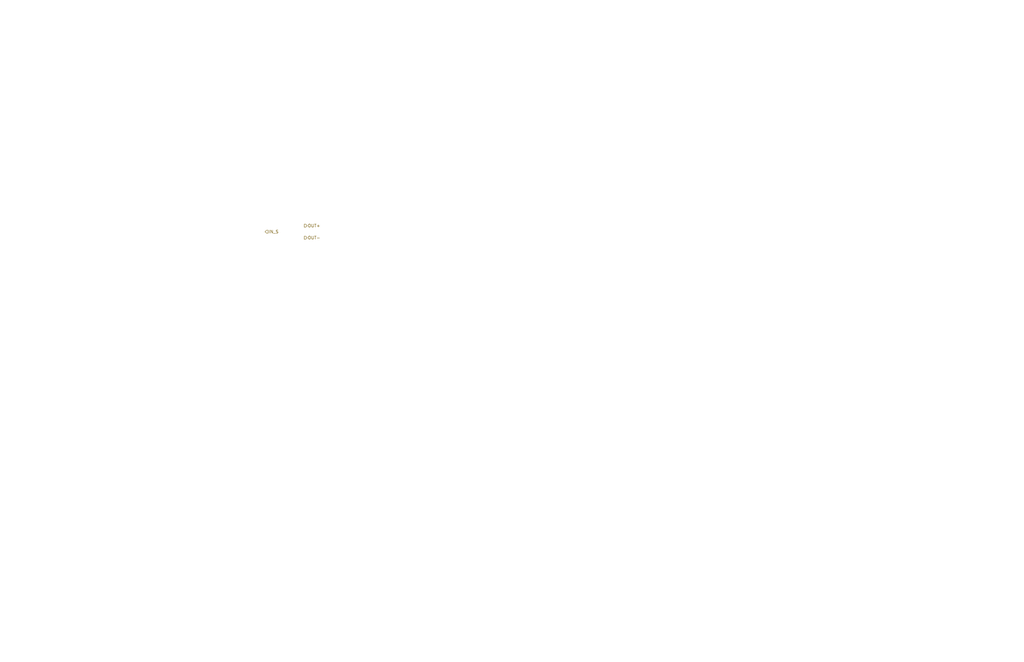
<source format=kicad_sch>
(kicad_sch
	(version 20250114)
	(generator "eeschema")
	(generator_version "9.0")
	(uuid "527d4fca-5aeb-4c6f-bd94-7082a040bc1b")
	(paper "B")
	(lib_symbols)
	(hierarchical_label "IN_S"
		(shape input)
		(at 111.76 97.79 0)
		(effects
			(font
				(size 1.27 1.27)
			)
			(justify left)
		)
		(uuid "35682cfb-7137-424e-866c-82b652bac282")
	)
	(hierarchical_label "OUT-"
		(shape output)
		(at 128.27 100.33 0)
		(effects
			(font
				(size 1.27 1.27)
			)
			(justify left)
		)
		(uuid "8ba10abd-2f70-4dcd-9328-cf8e5016af61")
	)
	(hierarchical_label "OUT+"
		(shape output)
		(at 128.27 95.25 0)
		(effects
			(font
				(size 1.27 1.27)
			)
			(justify left)
		)
		(uuid "c336e3a1-ec0b-48aa-b417-cf510c2d8784")
	)
)

</source>
